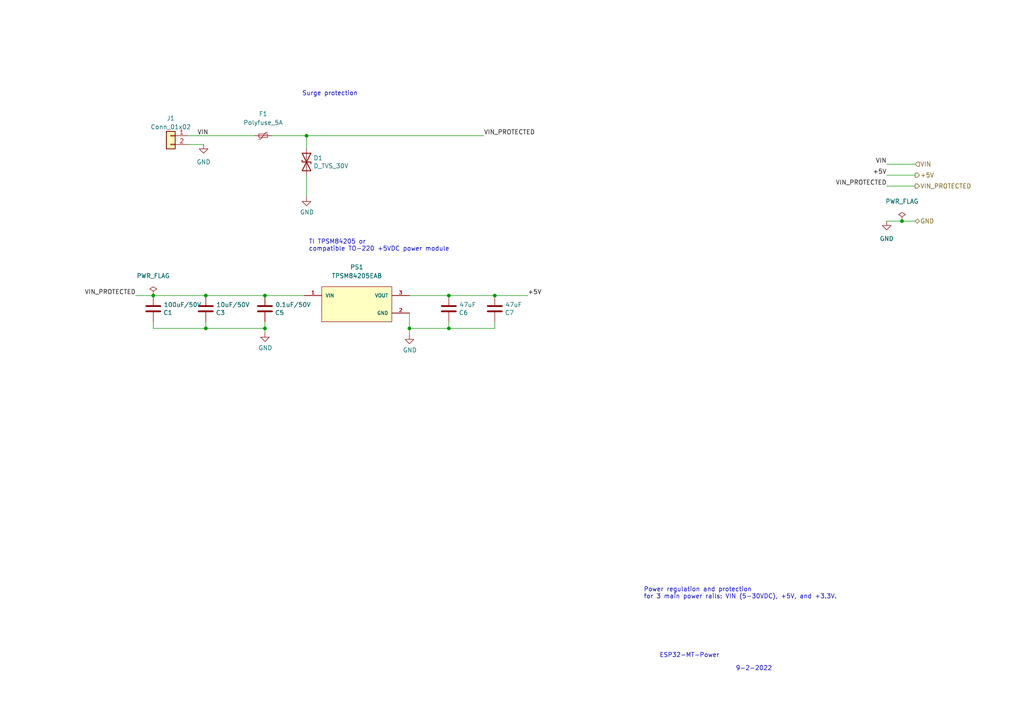
<source format=kicad_sch>
(kicad_sch (version 20211123) (generator eeschema)
  (paper "A4")
  (lib_symbols
    (symbol "Connector_Generic:Conn_01x02" (pin_names (offset 1.016) hide)
      (property "Reference" "J" (at 0 2.54 0))
      (property "Value" "Conn_01x02" (at 0 -5.08 0))
      (symbol "Conn_01x02_1_1"
        (rectangle (start -1.27 -2.413) (end 0 -2.667) (stroke (width 0.1524)))
        (rectangle (start -1.27 0.127) (end 0 -0.127) (stroke (width 0.1524)))
        (rectangle (start -1.27 1.27) (end 1.27 -3.81) (stroke (width 0.254)) (fill (type background)))
        (pin passive line (at -5.08 0 0) (length 3.81) (name "Pin_1") (number "1"))
        (pin passive line (at -5.08 -2.54 0) (length 3.81) (name "Pin_2") (number "2"))
      )
    )
    (symbol "Device:C" (pin_numbers hide) (pin_names (offset 0.254))
      (property "Reference" "C" (at 0.635 2.54 0))
      (property "Value" "C" (at 0.635 -2.54 0))
      (symbol "C_0_1"
        (polyline (pts (xy -2.032 -0.762) (xy 2.032 -0.762)) (stroke (width 0.508)))
        (polyline (pts (xy -2.032 0.762) (xy 2.032 0.762)) (stroke (width 0.508)))
      )
      (symbol "C_1_1"
        (pin passive line (at 0 3.81 270) (length 2.794) (name "~") (number "1"))
        (pin passive line (at 0 -3.81 90) (length 2.794) (name "~") (number "2"))
      )
    )
    (symbol "Device:D_TVS" (pin_numbers hide) (pin_names (offset 1.016) hide)
      (property "Reference" "D" (at 0 2.54 0))
      (property "Value" "D_TVS" (at 0 -2.54 0))
      (symbol "D_TVS_0_1"
        (polyline (pts (xy 1.27 0) (xy -1.27 0)))
        (polyline (pts (xy 0.508 1.27) (xy 0 1.27) (xy 0 -1.27) (xy -0.508 -1.27)) (stroke (width 0.254)))
        (polyline (pts (xy -2.54 1.27) (xy -2.54 -1.27) (xy 2.54 1.27) (xy 2.54 -1.27) (xy -2.54 1.27)) (stroke (width 0.254)))
      )
      (symbol "D_TVS_1_1"
        (pin passive line (at -3.81 0 0) (length 2.54) (name "A1") (number "1"))
        (pin passive line (at 3.81 0 180) (length 2.54) (name "A2") (number "2"))
      )
    )
    (symbol "Device:Polyfuse_Small" (pin_numbers hide) (pin_names (offset 0))
      (property "Reference" "F" (at -1.905 0 90))
      (property "Value" "Polyfuse_Small" (at 1.905 0 90))
      (symbol "Polyfuse_Small_0_1"
        (rectangle (start -0.508 1.27) (end 0.508 -1.27))
        (polyline (pts (xy 0 2.54) (xy 0 -2.54)))
        (polyline (pts (xy -1.016 1.27) (xy -1.016 0.762) (xy 1.016 -0.762) (xy 1.016 -1.27)))
      )
      (symbol "Polyfuse_Small_1_1"
        (pin passive line (at 0 2.54 270) (length 0.635) (name "~") (number "1"))
        (pin passive line (at 0 -2.54 90) (length 0.635) (name "~") (number "2"))
      )
    )
    (symbol "power:GND" (power) (pin_names (offset 0))
      (property "Value" "GND" (at 0 -3.81 0))
      (symbol "GND_0_1"
        (polyline (pts (xy 0 0) (xy 0 -1.27) (xy 1.27 -1.27) (xy 0 -2.54) (xy -1.27 -1.27) (xy 0 -1.27)))
      )
      (symbol "GND_1_1"
        (pin power_in line (at 0 0 270) (length 0) hide (name "GND") (number "1"))
      )
    )
    (symbol "power:PWR_FLAG" (power) (pin_numbers hide) (pin_names (offset 0) hide)
      (property "Value" "PWR_FLAG" (at 0 3.81 0))
      (symbol "PWR_FLAG_0_0"
        (pin power_out line (at 0 0 90) (length 0) (name "pwr") (number "1"))
      )
      (symbol "PWR_FLAG_0_1"
        (polyline (pts (xy 0 0) (xy 0 1.27) (xy -1.016 1.905) (xy 0 2.54) (xy 1.016 1.905) (xy 0 1.27)))
      )
    )
    (symbol "ti:TPSM84205EAB" (pin_names (offset 1.016))
      (property "Reference" "PS" (at -10.16 5.588 0))
      (property "Value" "TPSM84205EAB" (at -10.16 -7.62 0))
      (symbol "TPSM84205EAB_0_0"
        (rectangle (start -10.16 -5.08) (end 10.16 5.08) (stroke (width 0.1524)) (fill (type background)))
        (pin power_in line (at -15.24 2.54 0) (length 5.08) (name "VIN") (number "1"))
        (pin power_in line (at 15.24 -2.54 180) (length 5.08) (name "GND") (number "2"))
        (pin power_out line (at 15.24 2.54 180) (length 5.08) (name "VOUT") (number "3"))
      )
    )
  )
  (junction (at 130.175 95.25))
  (junction (at 44.45 85.725))
  (junction (at 118.745 95.25))
  (junction (at 59.69 95.25))
  (junction (at 88.9 39.37))
  (junction (at 130.175 85.725))
  (junction (at 76.835 95.25))
  (junction (at 143.51 85.725))
  (junction (at 261.62 64.135))
  (junction (at 76.835 85.725))
  (junction (at 59.69 85.725))
  (wire (pts (xy 59.69 85.725) (xy 76.835 85.725)))
  (wire (pts (xy 88.9 50.8) (xy 88.9 57.15)))
  (wire (pts (xy 88.9 43.18) (xy 88.9 39.37)))
  (wire (pts (xy 54.61 39.37) (xy 73.787 39.37)))
  (wire (pts (xy 88.9 39.37) (xy 140.335 39.37)))
  (wire (pts (xy 44.45 95.25) (xy 59.69 95.25)))
  (wire (pts (xy 143.51 95.25) (xy 130.175 95.25)))
  (wire (pts (xy 257.175 50.8) (xy 265.43 50.8)))
  (wire (pts (xy 44.45 93.345) (xy 44.45 95.25)))
  (wire (pts (xy 44.45 85.725) (xy 59.69 85.725)))
  (wire (pts (xy 76.835 93.345) (xy 76.835 95.25)))
  (wire (pts (xy 143.51 93.345) (xy 143.51 95.25)))
  (wire (pts (xy 143.51 85.725) (xy 153.035 85.725)))
  (wire (pts (xy 261.62 64.135) (xy 265.43 64.135)))
  (wire (pts (xy 76.835 85.725) (xy 88.265 85.725)))
  (wire (pts (xy 118.745 90.805) (xy 118.745 95.25)))
  (wire (pts (xy 76.835 95.25) (xy 76.835 96.52)))
  (wire (pts (xy 130.175 85.725) (xy 143.51 85.725)))
  (wire (pts (xy 118.745 85.725) (xy 130.175 85.725)))
  (wire (pts (xy 59.69 93.345) (xy 59.69 95.25)))
  (wire (pts (xy 130.175 93.345) (xy 130.175 95.25)))
  (wire (pts (xy 118.745 95.25) (xy 118.745 97.155)))
  (wire (pts (xy 257.175 64.135) (xy 261.62 64.135)))
  (wire (pts (xy 78.867 39.37) (xy 88.9 39.37)))
  (wire (pts (xy 54.61 41.91) (xy 59.055 41.91)))
  (wire (pts (xy 257.175 53.975) (xy 265.43 53.975)))
  (wire (pts (xy 130.175 95.25) (xy 118.745 95.25)))
  (wire (pts (xy 39.37 85.725) (xy 44.45 85.725)))
  (wire (pts (xy 257.175 47.625) (xy 265.43 47.625)))
  (wire (pts (xy 59.69 95.25) (xy 76.835 95.25)))
  (text "Power regulation and protection \nfor 3 main power rails: VIN (5-30VDC), +5V, and +3.3V." (at 186.69 173.863 0) (effects (font (size 1.27 1.27)) (justify left bottom)))
  (text "9-2-2022" (at 213.36 194.691 0) (effects (font (size 1.27 1.27)) (justify left bottom)))
  (text "ESP32-MT-Power" (at 191.262 190.881 0) (effects (font (size 1.27 1.27)) (justify left bottom)))
  (text "TI TPSM84205 or \ncompatible TO-220 +5VDC power module" (at 89.535 73.025 0) (effects (font (size 1.27 1.27)) (justify left bottom)))
  (text "Surge protection" (at 87.63 27.94 0) (effects (font (size 1.27 1.27)) (justify left bottom)))
  (label "VIN" (at 60.452 39.37 180))
  (label "VIN" (at 257.175 47.625 180))
  (label "+5V" (at 153.035 85.725 0))
  (label "VIN_PROTECTED" (at 39.37 85.725 180))
  (label "VIN_PROTECTED" (at 257.175 53.975 180))
  (label "+5V" (at 257.175 50.8 180))
  (label "VIN_PROTECTED" (at 140.335 39.37 0))
  (hierarchical_label "VIN" (shape input) (at 265.43 47.625 0))
  (hierarchical_label "VIN_PROTECTED" (shape output) (at 265.43 53.975 0))
  (hierarchical_label "GND" (shape bidirectional) (at 265.43 64.135 0))
  (hierarchical_label "+5V" (shape output) (at 265.43 50.8 0))
  (symbol (lib_id "power:PWR_FLAG") (at 44.45 85.725 0) (unit 1)
    (property "Reference" "#FLG0103" (effects hide))
    (property "Value" "PWR_FLAG" (at 44.45 80.01 0))
  )
  (symbol (lib_id "power:GND") (at 118.745 97.155 0) (unit 1) (in_bom no) (on_board no)
    (property "Reference" "#PWR05" (effects hide))
    (property "Value" "GND" (at 118.872 101.5492 0))
  )
  (symbol (lib_id "power:GND") (at 76.835 96.52 0) (unit 1) (in_bom no) (on_board no)
    (property "Reference" "#PWR03" (effects hide))
    (property "Value" "GND" (at 76.962 100.9142 0))
  )
  (symbol (lib_id "Connector_Generic:Conn_01x02") (at 49.53 39.37 0) (mirror y) (unit 1)
    (property "Reference" "J1" (at 49.53 34.29 0))
    (property "Value" "Conn_01x02" (at 49.53 36.83 0))
    (property "Footprint" "Connector_Molex:Molex_KK-254_AE-6410-02A_1x02_P2.54mm_Vertical" (effects hide))
    (property "LCSC" "C16728" (effects hide))
    (property "Cost" "0.0204" (effects hide))
    (property "Part" "VH-2A" (effects hide))
  )
  (symbol (lib_id "Device:C") (at 76.835 89.535 0) (mirror y) (unit 1)
    (property "Reference" "C5" (at 79.7306 90.7034 0) (effects (justify right)))
    (property "Value" "0.1uF/50V" (at 79.8576 88.392 0) (effects (justify right)))
    (property "Footprint" "Capacitor_SMD:C_0805_2012Metric" (effects hide))
    (property "LCSC" "C440198" (effects hide))
    (property "Cost" "0.0839" (effects hide))
    (property "Part" "GRM21BR61H106KE43L" (effects hide))
  )
  (symbol (lib_id "power:GND") (at 88.9 57.15 0) (unit 1)
    (property "Reference" "#PWR04" (effects hide))
    (property "Value" "GND" (at 89.027 61.5442 0))
  )
  (symbol (lib_id "Device:C") (at 44.45 89.535 0) (mirror y) (unit 1)
    (property "Reference" "C1" (at 47.3456 90.7034 0) (effects (justify right)))
    (property "Value" "100uF/50V" (at 47.4726 88.392 0) (effects (justify right)))
    (property "Footprint" "Capacitor_SMD:C_0805_2012Metric" (effects hide))
    (property "LCSC" "C440198" (effects hide))
    (property "Cost" "0.0839" (effects hide))
    (property "Part" "GRM21BR61H106KE43L" (effects hide))
  )
  (symbol (lib_id "Device:C") (at 130.175 89.535 0) (mirror y) (unit 1)
    (property "Reference" "C6" (at 133.0706 90.7034 0) (effects (justify right)))
    (property "Value" "47uF" (at 133.1976 88.392 0) (effects (justify right)))
    (property "Footprint" "Capacitor_SMD:C_0805_2012Metric" (effects hide))
    (property "LCSC" "C440198" (effects hide))
    (property "Cost" "0.0839" (effects hide))
    (property "Part" "GRM21BR61H106KE43L" (effects hide))
  )
  (symbol (lib_id "Device:D_TVS") (at 88.9 46.99 270) (unit 1)
    (property "Reference" "D1" (at 90.9066 45.8216 90) (effects (justify left)))
    (property "Value" "D_TVS_30V" (at 90.9066 48.133 90) (effects (justify left)))
    (property "Footprint" "Diode_SMD:D_SOD-123F" (effects hide))
    (property "LCSC" "C511921" (effects hide))
    (property "Part" "SMFJ30CA" (effects hide))
    (property "Cost" "0.0436" (effects hide))
  )
  (symbol (lib_id "Device:C") (at 59.69 89.535 0) (mirror y) (unit 1)
    (property "Reference" "C3" (at 62.5856 90.7034 0) (effects (justify right)))
    (property "Value" "10uF/50V" (at 62.7126 88.392 0) (effects (justify right)))
    (property "Footprint" "Capacitor_SMD:C_0805_2012Metric" (effects hide))
    (property "LCSC" "C440198" (effects hide))
    (property "Cost" "0.0839" (effects hide))
    (property "Part" "GRM21BR61H106KE43L" (effects hide))
  )
  (symbol (lib_id "Device:C") (at 143.51 89.535 0) (mirror y) (unit 1)
    (property "Reference" "C7" (at 146.4056 90.7034 0) (effects (justify right)))
    (property "Value" "47uF" (at 146.5326 88.392 0) (effects (justify right)))
    (property "Footprint" "Capacitor_SMD:C_0805_2012Metric" (effects hide))
    (property "LCSC" "C440198" (effects hide))
    (property "Cost" "0.0839" (effects hide))
    (property "Part" "GRM21BR61H106KE43L" (effects hide))
  )
  (symbol (lib_id "Device:Polyfuse_Small") (at 76.327 39.37 90) (unit 1)
    (property "Reference" "F1" (at 76.327 33.02 90))
    (property "Value" "Polyfuse_5A" (at 76.327 35.56 90))
    (property "Footprint" "Fuse:Fuse_Bourns_MF-RG1000" (effects hide))
    (property "Cost" "0.0555" (effects hide))
    (property "LCSC" "C369104" (effects hide))
    (property "Part" "JK30-200" (effects hide))
  )
  (symbol (lib_id "power:GND") (at 59.055 41.91 0) (unit 1)
    (property "Reference" "#PWR02" (effects hide))
    (property "Value" "GND" (at 59.055 46.99 0))
  )
  (symbol (lib_id "power:PWR_FLAG") (at 261.62 64.135 0) (unit 1)
    (property "Reference" "#FLG0101" (effects hide))
    (property "Value" "PWR_FLAG" (at 261.62 58.42 0))
  )
  (symbol (lib_id "power:GND") (at 257.175 64.135 0) (unit 1)
    (property "Reference" "#PWR06" (effects hide))
    (property "Value" "GND" (at 257.175 69.215 0))
  )
  (symbol (lib_id "ti:TPSM84205EAB") (at 103.505 88.265 0) (unit 1)
    (property "Reference" "PS1" (at 103.505 77.47 0))
    (property "Value" "TPSM84205EAB" (at 103.505 80.01 0))
    (property "Footprint" "CONV_TPSM84205EAB" (effects hide))
    (property "STANDARD" "Manufacturer Recommendations" (effects hide))
    (property "MANUFACTURER" "Texas Instruments" (effects hide))
    (property "MAXIMUM_PACKAGE_HEIGHT" "11.1mm" (effects hide))
  )
)
</source>
